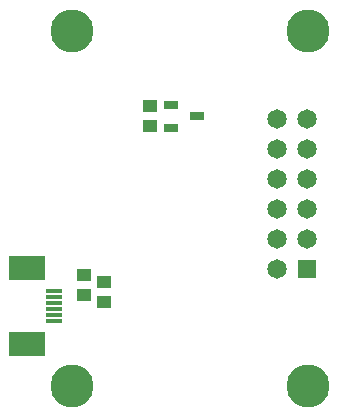
<source format=gts>
G04*
G04 #@! TF.GenerationSoftware,Altium Limited,Altium Designer,20.2.5 (213)*
G04*
G04 Layer_Color=8388736*
%FSLAX25Y25*%
%MOIN*%
G70*
G04*
G04 #@! TF.SameCoordinates,30BD3B00-C382-4E22-9566-45DB6D5F9054*
G04*
G04*
G04 #@! TF.FilePolarity,Negative*
G04*
G01*
G75*
%ADD13R,0.04528X0.04134*%
%ADD14R,0.05512X0.01772*%
%ADD15R,0.12402X0.08465*%
%ADD16R,0.05118X0.02953*%
%ADD17C,0.06496*%
%ADD18R,0.06496X0.06496*%
%ADD19C,0.14370*%
D13*
X25941Y86366D02*
D03*
Y93059D02*
D03*
X4095Y30307D02*
D03*
Y37000D02*
D03*
X10594Y27807D02*
D03*
Y34500D02*
D03*
D14*
X-5906Y23622D02*
D03*
Y25591D02*
D03*
Y27559D02*
D03*
Y29528D02*
D03*
Y31496D02*
D03*
Y21654D02*
D03*
D15*
X-15059Y39213D02*
D03*
Y13937D02*
D03*
D16*
X33012Y93453D02*
D03*
Y85972D02*
D03*
X41870Y89713D02*
D03*
D17*
X68441Y88713D02*
D03*
X78441D02*
D03*
X68441Y78713D02*
D03*
X78441D02*
D03*
X68441Y68713D02*
D03*
X78441D02*
D03*
X68441Y58713D02*
D03*
X78441D02*
D03*
X68441Y48713D02*
D03*
X78441D02*
D03*
X68441Y38713D02*
D03*
D18*
X78441D02*
D03*
D19*
X78740Y0D02*
D03*
Y118110D02*
D03*
X0D02*
D03*
Y0D02*
D03*
M02*

</source>
